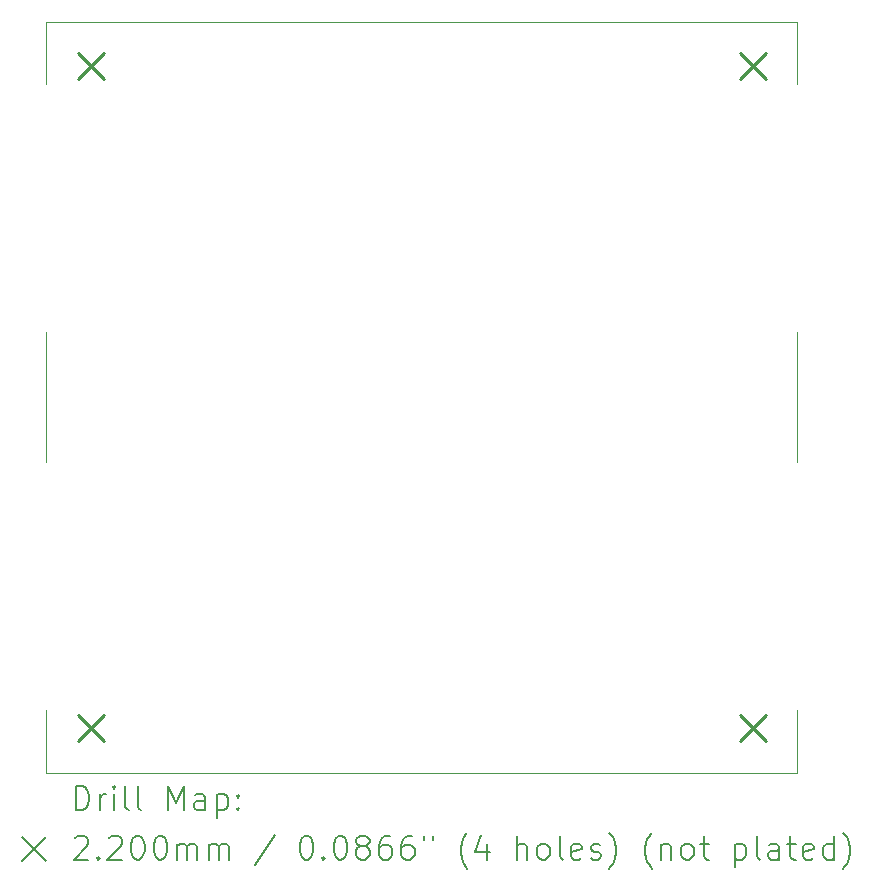
<source format=gbr>
%FSLAX45Y45*%
G04 Gerber Fmt 4.5, Leading zero omitted, Abs format (unit mm)*
G04 Created by KiCad (PCBNEW (6.0.6)) date 2022-10-25 18:49:50*
%MOMM*%
%LPD*%
G01*
G04 APERTURE LIST*
%TA.AperFunction,Profile*%
%ADD10C,0.100000*%
%TD*%
%ADD11C,0.200000*%
%ADD12C,0.220000*%
G04 APERTURE END LIST*
D10*
X6380000Y-3180000D02*
X6380000Y-2647750D01*
X20000Y3180000D02*
X6380000Y3180000D01*
X20000Y-2647750D02*
X20000Y-3180000D01*
X20000Y552250D02*
X20000Y-552250D01*
X20000Y2647750D02*
X20000Y3180000D01*
X6380000Y-552250D02*
X6380000Y552250D01*
X6380000Y2647750D02*
X6380000Y3180000D01*
X20000Y-3180000D02*
X6380000Y-3180000D01*
D11*
D12*
X290000Y2910000D02*
X510000Y2690000D01*
X510000Y2910000D02*
X290000Y2690000D01*
X290000Y-2690000D02*
X510000Y-2910000D01*
X510000Y-2690000D02*
X290000Y-2910000D01*
X5890000Y2910000D02*
X6110000Y2690000D01*
X6110000Y2910000D02*
X5890000Y2690000D01*
X5890000Y-2690000D02*
X6110000Y-2910000D01*
X6110000Y-2690000D02*
X5890000Y-2910000D01*
D11*
X271619Y-3495476D02*
X271619Y-3295476D01*
X319238Y-3295476D01*
X347810Y-3305000D01*
X366857Y-3324048D01*
X376381Y-3343095D01*
X385905Y-3381190D01*
X385905Y-3409762D01*
X376381Y-3447857D01*
X366857Y-3466905D01*
X347810Y-3485952D01*
X319238Y-3495476D01*
X271619Y-3495476D01*
X471619Y-3495476D02*
X471619Y-3362143D01*
X471619Y-3400238D02*
X481143Y-3381190D01*
X490667Y-3371667D01*
X509714Y-3362143D01*
X528762Y-3362143D01*
X595429Y-3495476D02*
X595429Y-3362143D01*
X595429Y-3295476D02*
X585905Y-3305000D01*
X595429Y-3314524D01*
X604952Y-3305000D01*
X595429Y-3295476D01*
X595429Y-3314524D01*
X719238Y-3495476D02*
X700190Y-3485952D01*
X690667Y-3466905D01*
X690667Y-3295476D01*
X824000Y-3495476D02*
X804952Y-3485952D01*
X795428Y-3466905D01*
X795428Y-3295476D01*
X1052571Y-3495476D02*
X1052571Y-3295476D01*
X1119238Y-3438333D01*
X1185905Y-3295476D01*
X1185905Y-3495476D01*
X1366857Y-3495476D02*
X1366857Y-3390714D01*
X1357333Y-3371667D01*
X1338286Y-3362143D01*
X1300190Y-3362143D01*
X1281143Y-3371667D01*
X1366857Y-3485952D02*
X1347810Y-3495476D01*
X1300190Y-3495476D01*
X1281143Y-3485952D01*
X1271619Y-3466905D01*
X1271619Y-3447857D01*
X1281143Y-3428809D01*
X1300190Y-3419286D01*
X1347810Y-3419286D01*
X1366857Y-3409762D01*
X1462095Y-3362143D02*
X1462095Y-3562143D01*
X1462095Y-3371667D02*
X1481143Y-3362143D01*
X1519238Y-3362143D01*
X1538286Y-3371667D01*
X1547809Y-3381190D01*
X1557333Y-3400238D01*
X1557333Y-3457381D01*
X1547809Y-3476428D01*
X1538286Y-3485952D01*
X1519238Y-3495476D01*
X1481143Y-3495476D01*
X1462095Y-3485952D01*
X1643048Y-3476428D02*
X1652571Y-3485952D01*
X1643048Y-3495476D01*
X1633524Y-3485952D01*
X1643048Y-3476428D01*
X1643048Y-3495476D01*
X1643048Y-3371667D02*
X1652571Y-3381190D01*
X1643048Y-3390714D01*
X1633524Y-3381190D01*
X1643048Y-3371667D01*
X1643048Y-3390714D01*
X-186000Y-3725000D02*
X14000Y-3925000D01*
X14000Y-3725000D02*
X-186000Y-3925000D01*
X262095Y-3734524D02*
X271619Y-3725000D01*
X290667Y-3715476D01*
X338286Y-3715476D01*
X357333Y-3725000D01*
X366857Y-3734524D01*
X376381Y-3753571D01*
X376381Y-3772619D01*
X366857Y-3801190D01*
X252571Y-3915476D01*
X376381Y-3915476D01*
X462095Y-3896428D02*
X471619Y-3905952D01*
X462095Y-3915476D01*
X452571Y-3905952D01*
X462095Y-3896428D01*
X462095Y-3915476D01*
X547810Y-3734524D02*
X557333Y-3725000D01*
X576381Y-3715476D01*
X624000Y-3715476D01*
X643048Y-3725000D01*
X652571Y-3734524D01*
X662095Y-3753571D01*
X662095Y-3772619D01*
X652571Y-3801190D01*
X538286Y-3915476D01*
X662095Y-3915476D01*
X785905Y-3715476D02*
X804952Y-3715476D01*
X824000Y-3725000D01*
X833524Y-3734524D01*
X843048Y-3753571D01*
X852571Y-3791667D01*
X852571Y-3839286D01*
X843048Y-3877381D01*
X833524Y-3896428D01*
X824000Y-3905952D01*
X804952Y-3915476D01*
X785905Y-3915476D01*
X766857Y-3905952D01*
X757333Y-3896428D01*
X747809Y-3877381D01*
X738286Y-3839286D01*
X738286Y-3791667D01*
X747809Y-3753571D01*
X757333Y-3734524D01*
X766857Y-3725000D01*
X785905Y-3715476D01*
X976381Y-3715476D02*
X995428Y-3715476D01*
X1014476Y-3725000D01*
X1024000Y-3734524D01*
X1033524Y-3753571D01*
X1043048Y-3791667D01*
X1043048Y-3839286D01*
X1033524Y-3877381D01*
X1024000Y-3896428D01*
X1014476Y-3905952D01*
X995428Y-3915476D01*
X976381Y-3915476D01*
X957333Y-3905952D01*
X947809Y-3896428D01*
X938286Y-3877381D01*
X928762Y-3839286D01*
X928762Y-3791667D01*
X938286Y-3753571D01*
X947809Y-3734524D01*
X957333Y-3725000D01*
X976381Y-3715476D01*
X1128762Y-3915476D02*
X1128762Y-3782143D01*
X1128762Y-3801190D02*
X1138286Y-3791667D01*
X1157333Y-3782143D01*
X1185905Y-3782143D01*
X1204952Y-3791667D01*
X1214476Y-3810714D01*
X1214476Y-3915476D01*
X1214476Y-3810714D02*
X1224000Y-3791667D01*
X1243048Y-3782143D01*
X1271619Y-3782143D01*
X1290667Y-3791667D01*
X1300190Y-3810714D01*
X1300190Y-3915476D01*
X1395429Y-3915476D02*
X1395429Y-3782143D01*
X1395429Y-3801190D02*
X1404952Y-3791667D01*
X1424000Y-3782143D01*
X1452571Y-3782143D01*
X1471619Y-3791667D01*
X1481143Y-3810714D01*
X1481143Y-3915476D01*
X1481143Y-3810714D02*
X1490667Y-3791667D01*
X1509714Y-3782143D01*
X1538286Y-3782143D01*
X1557333Y-3791667D01*
X1566857Y-3810714D01*
X1566857Y-3915476D01*
X1957333Y-3705952D02*
X1785905Y-3963095D01*
X2214476Y-3715476D02*
X2233524Y-3715476D01*
X2252571Y-3725000D01*
X2262095Y-3734524D01*
X2271619Y-3753571D01*
X2281143Y-3791667D01*
X2281143Y-3839286D01*
X2271619Y-3877381D01*
X2262095Y-3896428D01*
X2252571Y-3905952D01*
X2233524Y-3915476D01*
X2214476Y-3915476D01*
X2195429Y-3905952D01*
X2185905Y-3896428D01*
X2176381Y-3877381D01*
X2166857Y-3839286D01*
X2166857Y-3791667D01*
X2176381Y-3753571D01*
X2185905Y-3734524D01*
X2195429Y-3725000D01*
X2214476Y-3715476D01*
X2366857Y-3896428D02*
X2376381Y-3905952D01*
X2366857Y-3915476D01*
X2357333Y-3905952D01*
X2366857Y-3896428D01*
X2366857Y-3915476D01*
X2500190Y-3715476D02*
X2519238Y-3715476D01*
X2538286Y-3725000D01*
X2547810Y-3734524D01*
X2557333Y-3753571D01*
X2566857Y-3791667D01*
X2566857Y-3839286D01*
X2557333Y-3877381D01*
X2547810Y-3896428D01*
X2538286Y-3905952D01*
X2519238Y-3915476D01*
X2500190Y-3915476D01*
X2481143Y-3905952D01*
X2471619Y-3896428D01*
X2462095Y-3877381D01*
X2452571Y-3839286D01*
X2452571Y-3791667D01*
X2462095Y-3753571D01*
X2471619Y-3734524D01*
X2481143Y-3725000D01*
X2500190Y-3715476D01*
X2681143Y-3801190D02*
X2662095Y-3791667D01*
X2652571Y-3782143D01*
X2643048Y-3763095D01*
X2643048Y-3753571D01*
X2652571Y-3734524D01*
X2662095Y-3725000D01*
X2681143Y-3715476D01*
X2719238Y-3715476D01*
X2738286Y-3725000D01*
X2747810Y-3734524D01*
X2757333Y-3753571D01*
X2757333Y-3763095D01*
X2747810Y-3782143D01*
X2738286Y-3791667D01*
X2719238Y-3801190D01*
X2681143Y-3801190D01*
X2662095Y-3810714D01*
X2652571Y-3820238D01*
X2643048Y-3839286D01*
X2643048Y-3877381D01*
X2652571Y-3896428D01*
X2662095Y-3905952D01*
X2681143Y-3915476D01*
X2719238Y-3915476D01*
X2738286Y-3905952D01*
X2747810Y-3896428D01*
X2757333Y-3877381D01*
X2757333Y-3839286D01*
X2747810Y-3820238D01*
X2738286Y-3810714D01*
X2719238Y-3801190D01*
X2928762Y-3715476D02*
X2890667Y-3715476D01*
X2871619Y-3725000D01*
X2862095Y-3734524D01*
X2843048Y-3763095D01*
X2833524Y-3801190D01*
X2833524Y-3877381D01*
X2843048Y-3896428D01*
X2852571Y-3905952D01*
X2871619Y-3915476D01*
X2909714Y-3915476D01*
X2928762Y-3905952D01*
X2938286Y-3896428D01*
X2947809Y-3877381D01*
X2947809Y-3829762D01*
X2938286Y-3810714D01*
X2928762Y-3801190D01*
X2909714Y-3791667D01*
X2871619Y-3791667D01*
X2852571Y-3801190D01*
X2843048Y-3810714D01*
X2833524Y-3829762D01*
X3119238Y-3715476D02*
X3081143Y-3715476D01*
X3062095Y-3725000D01*
X3052571Y-3734524D01*
X3033524Y-3763095D01*
X3024000Y-3801190D01*
X3024000Y-3877381D01*
X3033524Y-3896428D01*
X3043048Y-3905952D01*
X3062095Y-3915476D01*
X3100190Y-3915476D01*
X3119238Y-3905952D01*
X3128762Y-3896428D01*
X3138286Y-3877381D01*
X3138286Y-3829762D01*
X3128762Y-3810714D01*
X3119238Y-3801190D01*
X3100190Y-3791667D01*
X3062095Y-3791667D01*
X3043048Y-3801190D01*
X3033524Y-3810714D01*
X3024000Y-3829762D01*
X3214476Y-3715476D02*
X3214476Y-3753571D01*
X3290667Y-3715476D02*
X3290667Y-3753571D01*
X3585905Y-3991667D02*
X3576381Y-3982143D01*
X3557333Y-3953571D01*
X3547809Y-3934524D01*
X3538286Y-3905952D01*
X3528762Y-3858333D01*
X3528762Y-3820238D01*
X3538286Y-3772619D01*
X3547809Y-3744048D01*
X3557333Y-3725000D01*
X3576381Y-3696428D01*
X3585905Y-3686905D01*
X3747809Y-3782143D02*
X3747809Y-3915476D01*
X3700190Y-3705952D02*
X3652571Y-3848809D01*
X3776381Y-3848809D01*
X4004952Y-3915476D02*
X4004952Y-3715476D01*
X4090667Y-3915476D02*
X4090667Y-3810714D01*
X4081143Y-3791667D01*
X4062095Y-3782143D01*
X4033524Y-3782143D01*
X4014476Y-3791667D01*
X4004952Y-3801190D01*
X4214476Y-3915476D02*
X4195429Y-3905952D01*
X4185905Y-3896428D01*
X4176381Y-3877381D01*
X4176381Y-3820238D01*
X4185905Y-3801190D01*
X4195429Y-3791667D01*
X4214476Y-3782143D01*
X4243048Y-3782143D01*
X4262095Y-3791667D01*
X4271619Y-3801190D01*
X4281143Y-3820238D01*
X4281143Y-3877381D01*
X4271619Y-3896428D01*
X4262095Y-3905952D01*
X4243048Y-3915476D01*
X4214476Y-3915476D01*
X4395429Y-3915476D02*
X4376381Y-3905952D01*
X4366857Y-3886905D01*
X4366857Y-3715476D01*
X4547810Y-3905952D02*
X4528762Y-3915476D01*
X4490667Y-3915476D01*
X4471619Y-3905952D01*
X4462095Y-3886905D01*
X4462095Y-3810714D01*
X4471619Y-3791667D01*
X4490667Y-3782143D01*
X4528762Y-3782143D01*
X4547810Y-3791667D01*
X4557333Y-3810714D01*
X4557333Y-3829762D01*
X4462095Y-3848809D01*
X4633524Y-3905952D02*
X4652571Y-3915476D01*
X4690667Y-3915476D01*
X4709714Y-3905952D01*
X4719238Y-3886905D01*
X4719238Y-3877381D01*
X4709714Y-3858333D01*
X4690667Y-3848809D01*
X4662095Y-3848809D01*
X4643048Y-3839286D01*
X4633524Y-3820238D01*
X4633524Y-3810714D01*
X4643048Y-3791667D01*
X4662095Y-3782143D01*
X4690667Y-3782143D01*
X4709714Y-3791667D01*
X4785905Y-3991667D02*
X4795429Y-3982143D01*
X4814476Y-3953571D01*
X4824000Y-3934524D01*
X4833524Y-3905952D01*
X4843048Y-3858333D01*
X4843048Y-3820238D01*
X4833524Y-3772619D01*
X4824000Y-3744048D01*
X4814476Y-3725000D01*
X4795429Y-3696428D01*
X4785905Y-3686905D01*
X5147810Y-3991667D02*
X5138286Y-3982143D01*
X5119238Y-3953571D01*
X5109714Y-3934524D01*
X5100190Y-3905952D01*
X5090667Y-3858333D01*
X5090667Y-3820238D01*
X5100190Y-3772619D01*
X5109714Y-3744048D01*
X5119238Y-3725000D01*
X5138286Y-3696428D01*
X5147810Y-3686905D01*
X5224000Y-3782143D02*
X5224000Y-3915476D01*
X5224000Y-3801190D02*
X5233524Y-3791667D01*
X5252571Y-3782143D01*
X5281143Y-3782143D01*
X5300190Y-3791667D01*
X5309714Y-3810714D01*
X5309714Y-3915476D01*
X5433524Y-3915476D02*
X5414476Y-3905952D01*
X5404952Y-3896428D01*
X5395429Y-3877381D01*
X5395429Y-3820238D01*
X5404952Y-3801190D01*
X5414476Y-3791667D01*
X5433524Y-3782143D01*
X5462095Y-3782143D01*
X5481143Y-3791667D01*
X5490667Y-3801190D01*
X5500190Y-3820238D01*
X5500190Y-3877381D01*
X5490667Y-3896428D01*
X5481143Y-3905952D01*
X5462095Y-3915476D01*
X5433524Y-3915476D01*
X5557333Y-3782143D02*
X5633524Y-3782143D01*
X5585905Y-3715476D02*
X5585905Y-3886905D01*
X5595428Y-3905952D01*
X5614476Y-3915476D01*
X5633524Y-3915476D01*
X5852571Y-3782143D02*
X5852571Y-3982143D01*
X5852571Y-3791667D02*
X5871619Y-3782143D01*
X5909714Y-3782143D01*
X5928762Y-3791667D01*
X5938286Y-3801190D01*
X5947809Y-3820238D01*
X5947809Y-3877381D01*
X5938286Y-3896428D01*
X5928762Y-3905952D01*
X5909714Y-3915476D01*
X5871619Y-3915476D01*
X5852571Y-3905952D01*
X6062095Y-3915476D02*
X6043048Y-3905952D01*
X6033524Y-3886905D01*
X6033524Y-3715476D01*
X6224000Y-3915476D02*
X6224000Y-3810714D01*
X6214476Y-3791667D01*
X6195428Y-3782143D01*
X6157333Y-3782143D01*
X6138286Y-3791667D01*
X6224000Y-3905952D02*
X6204952Y-3915476D01*
X6157333Y-3915476D01*
X6138286Y-3905952D01*
X6128762Y-3886905D01*
X6128762Y-3867857D01*
X6138286Y-3848809D01*
X6157333Y-3839286D01*
X6204952Y-3839286D01*
X6224000Y-3829762D01*
X6290667Y-3782143D02*
X6366857Y-3782143D01*
X6319238Y-3715476D02*
X6319238Y-3886905D01*
X6328762Y-3905952D01*
X6347809Y-3915476D01*
X6366857Y-3915476D01*
X6509714Y-3905952D02*
X6490667Y-3915476D01*
X6452571Y-3915476D01*
X6433524Y-3905952D01*
X6424000Y-3886905D01*
X6424000Y-3810714D01*
X6433524Y-3791667D01*
X6452571Y-3782143D01*
X6490667Y-3782143D01*
X6509714Y-3791667D01*
X6519238Y-3810714D01*
X6519238Y-3829762D01*
X6424000Y-3848809D01*
X6690667Y-3915476D02*
X6690667Y-3715476D01*
X6690667Y-3905952D02*
X6671619Y-3915476D01*
X6633524Y-3915476D01*
X6614476Y-3905952D01*
X6604952Y-3896428D01*
X6595428Y-3877381D01*
X6595428Y-3820238D01*
X6604952Y-3801190D01*
X6614476Y-3791667D01*
X6633524Y-3782143D01*
X6671619Y-3782143D01*
X6690667Y-3791667D01*
X6766857Y-3991667D02*
X6776381Y-3982143D01*
X6795428Y-3953571D01*
X6804952Y-3934524D01*
X6814476Y-3905952D01*
X6824000Y-3858333D01*
X6824000Y-3820238D01*
X6814476Y-3772619D01*
X6804952Y-3744048D01*
X6795428Y-3725000D01*
X6776381Y-3696428D01*
X6766857Y-3686905D01*
M02*

</source>
